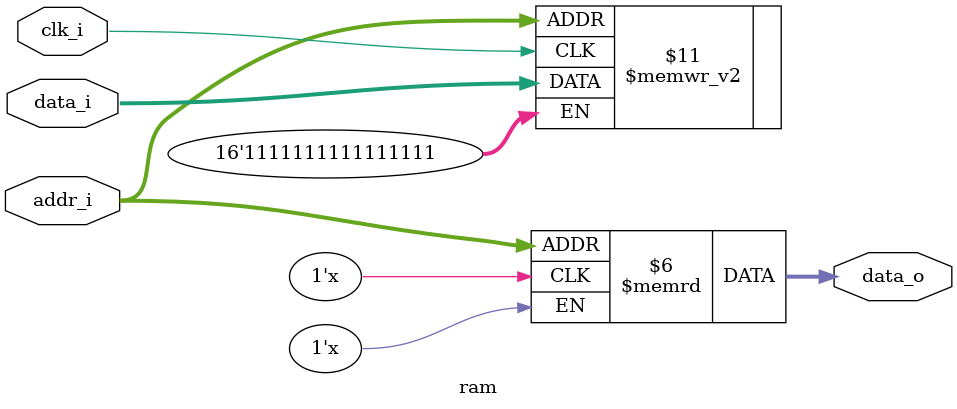
<source format=sv>
/* verilator lint_off TIMESCALEMOD */
module ram #(
    parameter int MEM_WIDTH   = 16,
    parameter int MEM_DEPTH   = 66,
    parameter     MEM_TYPE    = "distributed",
    parameter     MEM_FILE    = "",
    parameter int ADDR_WIDTH  = $clog2(MEM_DEPTH)
) (
    input  logic                  clk_i,
    input  logic [ADDR_WIDTH-1:0] addr_i,
    input  logic [MEM_WIDTH-1:0]  data_i,
    output logic [MEM_WIDTH-1:0]  data_o
);

if ((MEM_TYPE != "block") && (MEM_TYPE != "distributed")) begin : g_ram_type_err
    $error("Only block and distributed ram type supported!");
end

logic [MEM_WIDTH-1:0] ram [MEM_DEPTH];

initial begin
    if (MEM_FILE != 0) begin
        $readmemh(MEM_FILE, ram);
    end
end

always_ff @(posedge clk_i) begin
    ram[addr_i] <= data_i;
end

if (MEM_TYPE == "block") begin : g_block_ram
    always_ff @(posedge clk_i) begin
        data_o <= ram[addr_i];
    end
end else if (MEM_TYPE == "distributed") begin : g_distributed_ram
    assign data_o = ram[addr_i];
end

endmodule

</source>
